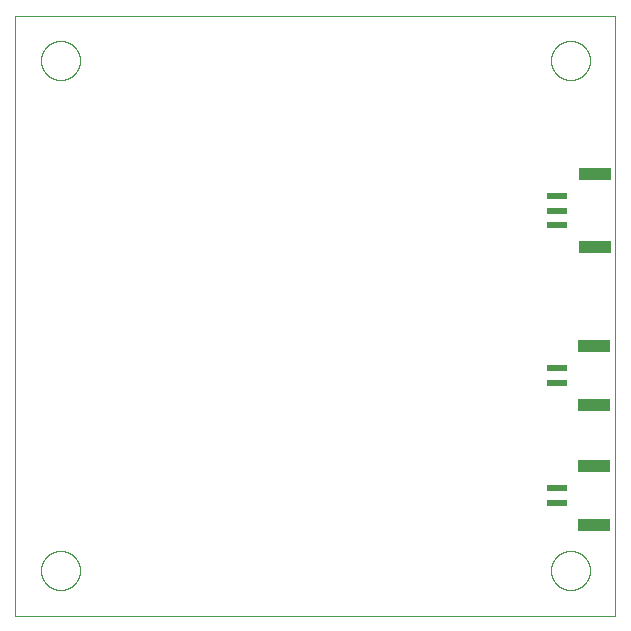
<source format=gbp>
G75*
%MOIN*%
%OFA0B0*%
%FSLAX25Y25*%
%IPPOS*%
%LPD*%
%AMOC8*
5,1,8,0,0,1.08239X$1,22.5*
%
%ADD10C,0.00300*%
%ADD11C,0.00000*%
%ADD12R,0.06693X0.02362*%
%ADD13R,0.10630X0.03937*%
D10*
X0270000Y0430000D02*
X0270000Y0630000D01*
X0470000Y0630000D01*
X0470000Y0430000D01*
X0270000Y0430000D01*
D11*
X0278500Y0445000D02*
X0278502Y0445161D01*
X0278508Y0445321D01*
X0278518Y0445482D01*
X0278532Y0445642D01*
X0278550Y0445802D01*
X0278571Y0445961D01*
X0278597Y0446120D01*
X0278627Y0446278D01*
X0278660Y0446435D01*
X0278698Y0446592D01*
X0278739Y0446747D01*
X0278784Y0446901D01*
X0278833Y0447054D01*
X0278886Y0447206D01*
X0278942Y0447357D01*
X0279003Y0447506D01*
X0279066Y0447654D01*
X0279134Y0447800D01*
X0279205Y0447944D01*
X0279279Y0448086D01*
X0279357Y0448227D01*
X0279439Y0448365D01*
X0279524Y0448502D01*
X0279612Y0448636D01*
X0279704Y0448768D01*
X0279799Y0448898D01*
X0279897Y0449026D01*
X0279998Y0449151D01*
X0280102Y0449273D01*
X0280209Y0449393D01*
X0280319Y0449510D01*
X0280432Y0449625D01*
X0280548Y0449736D01*
X0280667Y0449845D01*
X0280788Y0449950D01*
X0280912Y0450053D01*
X0281038Y0450153D01*
X0281166Y0450249D01*
X0281297Y0450342D01*
X0281431Y0450432D01*
X0281566Y0450519D01*
X0281704Y0450602D01*
X0281843Y0450682D01*
X0281985Y0450758D01*
X0282128Y0450831D01*
X0282273Y0450900D01*
X0282420Y0450966D01*
X0282568Y0451028D01*
X0282718Y0451086D01*
X0282869Y0451141D01*
X0283022Y0451192D01*
X0283176Y0451239D01*
X0283331Y0451282D01*
X0283487Y0451321D01*
X0283643Y0451357D01*
X0283801Y0451388D01*
X0283959Y0451416D01*
X0284118Y0451440D01*
X0284278Y0451460D01*
X0284438Y0451476D01*
X0284598Y0451488D01*
X0284759Y0451496D01*
X0284920Y0451500D01*
X0285080Y0451500D01*
X0285241Y0451496D01*
X0285402Y0451488D01*
X0285562Y0451476D01*
X0285722Y0451460D01*
X0285882Y0451440D01*
X0286041Y0451416D01*
X0286199Y0451388D01*
X0286357Y0451357D01*
X0286513Y0451321D01*
X0286669Y0451282D01*
X0286824Y0451239D01*
X0286978Y0451192D01*
X0287131Y0451141D01*
X0287282Y0451086D01*
X0287432Y0451028D01*
X0287580Y0450966D01*
X0287727Y0450900D01*
X0287872Y0450831D01*
X0288015Y0450758D01*
X0288157Y0450682D01*
X0288296Y0450602D01*
X0288434Y0450519D01*
X0288569Y0450432D01*
X0288703Y0450342D01*
X0288834Y0450249D01*
X0288962Y0450153D01*
X0289088Y0450053D01*
X0289212Y0449950D01*
X0289333Y0449845D01*
X0289452Y0449736D01*
X0289568Y0449625D01*
X0289681Y0449510D01*
X0289791Y0449393D01*
X0289898Y0449273D01*
X0290002Y0449151D01*
X0290103Y0449026D01*
X0290201Y0448898D01*
X0290296Y0448768D01*
X0290388Y0448636D01*
X0290476Y0448502D01*
X0290561Y0448365D01*
X0290643Y0448227D01*
X0290721Y0448086D01*
X0290795Y0447944D01*
X0290866Y0447800D01*
X0290934Y0447654D01*
X0290997Y0447506D01*
X0291058Y0447357D01*
X0291114Y0447206D01*
X0291167Y0447054D01*
X0291216Y0446901D01*
X0291261Y0446747D01*
X0291302Y0446592D01*
X0291340Y0446435D01*
X0291373Y0446278D01*
X0291403Y0446120D01*
X0291429Y0445961D01*
X0291450Y0445802D01*
X0291468Y0445642D01*
X0291482Y0445482D01*
X0291492Y0445321D01*
X0291498Y0445161D01*
X0291500Y0445000D01*
X0291498Y0444839D01*
X0291492Y0444679D01*
X0291482Y0444518D01*
X0291468Y0444358D01*
X0291450Y0444198D01*
X0291429Y0444039D01*
X0291403Y0443880D01*
X0291373Y0443722D01*
X0291340Y0443565D01*
X0291302Y0443408D01*
X0291261Y0443253D01*
X0291216Y0443099D01*
X0291167Y0442946D01*
X0291114Y0442794D01*
X0291058Y0442643D01*
X0290997Y0442494D01*
X0290934Y0442346D01*
X0290866Y0442200D01*
X0290795Y0442056D01*
X0290721Y0441914D01*
X0290643Y0441773D01*
X0290561Y0441635D01*
X0290476Y0441498D01*
X0290388Y0441364D01*
X0290296Y0441232D01*
X0290201Y0441102D01*
X0290103Y0440974D01*
X0290002Y0440849D01*
X0289898Y0440727D01*
X0289791Y0440607D01*
X0289681Y0440490D01*
X0289568Y0440375D01*
X0289452Y0440264D01*
X0289333Y0440155D01*
X0289212Y0440050D01*
X0289088Y0439947D01*
X0288962Y0439847D01*
X0288834Y0439751D01*
X0288703Y0439658D01*
X0288569Y0439568D01*
X0288434Y0439481D01*
X0288296Y0439398D01*
X0288157Y0439318D01*
X0288015Y0439242D01*
X0287872Y0439169D01*
X0287727Y0439100D01*
X0287580Y0439034D01*
X0287432Y0438972D01*
X0287282Y0438914D01*
X0287131Y0438859D01*
X0286978Y0438808D01*
X0286824Y0438761D01*
X0286669Y0438718D01*
X0286513Y0438679D01*
X0286357Y0438643D01*
X0286199Y0438612D01*
X0286041Y0438584D01*
X0285882Y0438560D01*
X0285722Y0438540D01*
X0285562Y0438524D01*
X0285402Y0438512D01*
X0285241Y0438504D01*
X0285080Y0438500D01*
X0284920Y0438500D01*
X0284759Y0438504D01*
X0284598Y0438512D01*
X0284438Y0438524D01*
X0284278Y0438540D01*
X0284118Y0438560D01*
X0283959Y0438584D01*
X0283801Y0438612D01*
X0283643Y0438643D01*
X0283487Y0438679D01*
X0283331Y0438718D01*
X0283176Y0438761D01*
X0283022Y0438808D01*
X0282869Y0438859D01*
X0282718Y0438914D01*
X0282568Y0438972D01*
X0282420Y0439034D01*
X0282273Y0439100D01*
X0282128Y0439169D01*
X0281985Y0439242D01*
X0281843Y0439318D01*
X0281704Y0439398D01*
X0281566Y0439481D01*
X0281431Y0439568D01*
X0281297Y0439658D01*
X0281166Y0439751D01*
X0281038Y0439847D01*
X0280912Y0439947D01*
X0280788Y0440050D01*
X0280667Y0440155D01*
X0280548Y0440264D01*
X0280432Y0440375D01*
X0280319Y0440490D01*
X0280209Y0440607D01*
X0280102Y0440727D01*
X0279998Y0440849D01*
X0279897Y0440974D01*
X0279799Y0441102D01*
X0279704Y0441232D01*
X0279612Y0441364D01*
X0279524Y0441498D01*
X0279439Y0441635D01*
X0279357Y0441773D01*
X0279279Y0441914D01*
X0279205Y0442056D01*
X0279134Y0442200D01*
X0279066Y0442346D01*
X0279003Y0442494D01*
X0278942Y0442643D01*
X0278886Y0442794D01*
X0278833Y0442946D01*
X0278784Y0443099D01*
X0278739Y0443253D01*
X0278698Y0443408D01*
X0278660Y0443565D01*
X0278627Y0443722D01*
X0278597Y0443880D01*
X0278571Y0444039D01*
X0278550Y0444198D01*
X0278532Y0444358D01*
X0278518Y0444518D01*
X0278508Y0444679D01*
X0278502Y0444839D01*
X0278500Y0445000D01*
X0278500Y0615000D02*
X0278502Y0615161D01*
X0278508Y0615321D01*
X0278518Y0615482D01*
X0278532Y0615642D01*
X0278550Y0615802D01*
X0278571Y0615961D01*
X0278597Y0616120D01*
X0278627Y0616278D01*
X0278660Y0616435D01*
X0278698Y0616592D01*
X0278739Y0616747D01*
X0278784Y0616901D01*
X0278833Y0617054D01*
X0278886Y0617206D01*
X0278942Y0617357D01*
X0279003Y0617506D01*
X0279066Y0617654D01*
X0279134Y0617800D01*
X0279205Y0617944D01*
X0279279Y0618086D01*
X0279357Y0618227D01*
X0279439Y0618365D01*
X0279524Y0618502D01*
X0279612Y0618636D01*
X0279704Y0618768D01*
X0279799Y0618898D01*
X0279897Y0619026D01*
X0279998Y0619151D01*
X0280102Y0619273D01*
X0280209Y0619393D01*
X0280319Y0619510D01*
X0280432Y0619625D01*
X0280548Y0619736D01*
X0280667Y0619845D01*
X0280788Y0619950D01*
X0280912Y0620053D01*
X0281038Y0620153D01*
X0281166Y0620249D01*
X0281297Y0620342D01*
X0281431Y0620432D01*
X0281566Y0620519D01*
X0281704Y0620602D01*
X0281843Y0620682D01*
X0281985Y0620758D01*
X0282128Y0620831D01*
X0282273Y0620900D01*
X0282420Y0620966D01*
X0282568Y0621028D01*
X0282718Y0621086D01*
X0282869Y0621141D01*
X0283022Y0621192D01*
X0283176Y0621239D01*
X0283331Y0621282D01*
X0283487Y0621321D01*
X0283643Y0621357D01*
X0283801Y0621388D01*
X0283959Y0621416D01*
X0284118Y0621440D01*
X0284278Y0621460D01*
X0284438Y0621476D01*
X0284598Y0621488D01*
X0284759Y0621496D01*
X0284920Y0621500D01*
X0285080Y0621500D01*
X0285241Y0621496D01*
X0285402Y0621488D01*
X0285562Y0621476D01*
X0285722Y0621460D01*
X0285882Y0621440D01*
X0286041Y0621416D01*
X0286199Y0621388D01*
X0286357Y0621357D01*
X0286513Y0621321D01*
X0286669Y0621282D01*
X0286824Y0621239D01*
X0286978Y0621192D01*
X0287131Y0621141D01*
X0287282Y0621086D01*
X0287432Y0621028D01*
X0287580Y0620966D01*
X0287727Y0620900D01*
X0287872Y0620831D01*
X0288015Y0620758D01*
X0288157Y0620682D01*
X0288296Y0620602D01*
X0288434Y0620519D01*
X0288569Y0620432D01*
X0288703Y0620342D01*
X0288834Y0620249D01*
X0288962Y0620153D01*
X0289088Y0620053D01*
X0289212Y0619950D01*
X0289333Y0619845D01*
X0289452Y0619736D01*
X0289568Y0619625D01*
X0289681Y0619510D01*
X0289791Y0619393D01*
X0289898Y0619273D01*
X0290002Y0619151D01*
X0290103Y0619026D01*
X0290201Y0618898D01*
X0290296Y0618768D01*
X0290388Y0618636D01*
X0290476Y0618502D01*
X0290561Y0618365D01*
X0290643Y0618227D01*
X0290721Y0618086D01*
X0290795Y0617944D01*
X0290866Y0617800D01*
X0290934Y0617654D01*
X0290997Y0617506D01*
X0291058Y0617357D01*
X0291114Y0617206D01*
X0291167Y0617054D01*
X0291216Y0616901D01*
X0291261Y0616747D01*
X0291302Y0616592D01*
X0291340Y0616435D01*
X0291373Y0616278D01*
X0291403Y0616120D01*
X0291429Y0615961D01*
X0291450Y0615802D01*
X0291468Y0615642D01*
X0291482Y0615482D01*
X0291492Y0615321D01*
X0291498Y0615161D01*
X0291500Y0615000D01*
X0291498Y0614839D01*
X0291492Y0614679D01*
X0291482Y0614518D01*
X0291468Y0614358D01*
X0291450Y0614198D01*
X0291429Y0614039D01*
X0291403Y0613880D01*
X0291373Y0613722D01*
X0291340Y0613565D01*
X0291302Y0613408D01*
X0291261Y0613253D01*
X0291216Y0613099D01*
X0291167Y0612946D01*
X0291114Y0612794D01*
X0291058Y0612643D01*
X0290997Y0612494D01*
X0290934Y0612346D01*
X0290866Y0612200D01*
X0290795Y0612056D01*
X0290721Y0611914D01*
X0290643Y0611773D01*
X0290561Y0611635D01*
X0290476Y0611498D01*
X0290388Y0611364D01*
X0290296Y0611232D01*
X0290201Y0611102D01*
X0290103Y0610974D01*
X0290002Y0610849D01*
X0289898Y0610727D01*
X0289791Y0610607D01*
X0289681Y0610490D01*
X0289568Y0610375D01*
X0289452Y0610264D01*
X0289333Y0610155D01*
X0289212Y0610050D01*
X0289088Y0609947D01*
X0288962Y0609847D01*
X0288834Y0609751D01*
X0288703Y0609658D01*
X0288569Y0609568D01*
X0288434Y0609481D01*
X0288296Y0609398D01*
X0288157Y0609318D01*
X0288015Y0609242D01*
X0287872Y0609169D01*
X0287727Y0609100D01*
X0287580Y0609034D01*
X0287432Y0608972D01*
X0287282Y0608914D01*
X0287131Y0608859D01*
X0286978Y0608808D01*
X0286824Y0608761D01*
X0286669Y0608718D01*
X0286513Y0608679D01*
X0286357Y0608643D01*
X0286199Y0608612D01*
X0286041Y0608584D01*
X0285882Y0608560D01*
X0285722Y0608540D01*
X0285562Y0608524D01*
X0285402Y0608512D01*
X0285241Y0608504D01*
X0285080Y0608500D01*
X0284920Y0608500D01*
X0284759Y0608504D01*
X0284598Y0608512D01*
X0284438Y0608524D01*
X0284278Y0608540D01*
X0284118Y0608560D01*
X0283959Y0608584D01*
X0283801Y0608612D01*
X0283643Y0608643D01*
X0283487Y0608679D01*
X0283331Y0608718D01*
X0283176Y0608761D01*
X0283022Y0608808D01*
X0282869Y0608859D01*
X0282718Y0608914D01*
X0282568Y0608972D01*
X0282420Y0609034D01*
X0282273Y0609100D01*
X0282128Y0609169D01*
X0281985Y0609242D01*
X0281843Y0609318D01*
X0281704Y0609398D01*
X0281566Y0609481D01*
X0281431Y0609568D01*
X0281297Y0609658D01*
X0281166Y0609751D01*
X0281038Y0609847D01*
X0280912Y0609947D01*
X0280788Y0610050D01*
X0280667Y0610155D01*
X0280548Y0610264D01*
X0280432Y0610375D01*
X0280319Y0610490D01*
X0280209Y0610607D01*
X0280102Y0610727D01*
X0279998Y0610849D01*
X0279897Y0610974D01*
X0279799Y0611102D01*
X0279704Y0611232D01*
X0279612Y0611364D01*
X0279524Y0611498D01*
X0279439Y0611635D01*
X0279357Y0611773D01*
X0279279Y0611914D01*
X0279205Y0612056D01*
X0279134Y0612200D01*
X0279066Y0612346D01*
X0279003Y0612494D01*
X0278942Y0612643D01*
X0278886Y0612794D01*
X0278833Y0612946D01*
X0278784Y0613099D01*
X0278739Y0613253D01*
X0278698Y0613408D01*
X0278660Y0613565D01*
X0278627Y0613722D01*
X0278597Y0613880D01*
X0278571Y0614039D01*
X0278550Y0614198D01*
X0278532Y0614358D01*
X0278518Y0614518D01*
X0278508Y0614679D01*
X0278502Y0614839D01*
X0278500Y0615000D01*
X0448500Y0615000D02*
X0448502Y0615161D01*
X0448508Y0615321D01*
X0448518Y0615482D01*
X0448532Y0615642D01*
X0448550Y0615802D01*
X0448571Y0615961D01*
X0448597Y0616120D01*
X0448627Y0616278D01*
X0448660Y0616435D01*
X0448698Y0616592D01*
X0448739Y0616747D01*
X0448784Y0616901D01*
X0448833Y0617054D01*
X0448886Y0617206D01*
X0448942Y0617357D01*
X0449003Y0617506D01*
X0449066Y0617654D01*
X0449134Y0617800D01*
X0449205Y0617944D01*
X0449279Y0618086D01*
X0449357Y0618227D01*
X0449439Y0618365D01*
X0449524Y0618502D01*
X0449612Y0618636D01*
X0449704Y0618768D01*
X0449799Y0618898D01*
X0449897Y0619026D01*
X0449998Y0619151D01*
X0450102Y0619273D01*
X0450209Y0619393D01*
X0450319Y0619510D01*
X0450432Y0619625D01*
X0450548Y0619736D01*
X0450667Y0619845D01*
X0450788Y0619950D01*
X0450912Y0620053D01*
X0451038Y0620153D01*
X0451166Y0620249D01*
X0451297Y0620342D01*
X0451431Y0620432D01*
X0451566Y0620519D01*
X0451704Y0620602D01*
X0451843Y0620682D01*
X0451985Y0620758D01*
X0452128Y0620831D01*
X0452273Y0620900D01*
X0452420Y0620966D01*
X0452568Y0621028D01*
X0452718Y0621086D01*
X0452869Y0621141D01*
X0453022Y0621192D01*
X0453176Y0621239D01*
X0453331Y0621282D01*
X0453487Y0621321D01*
X0453643Y0621357D01*
X0453801Y0621388D01*
X0453959Y0621416D01*
X0454118Y0621440D01*
X0454278Y0621460D01*
X0454438Y0621476D01*
X0454598Y0621488D01*
X0454759Y0621496D01*
X0454920Y0621500D01*
X0455080Y0621500D01*
X0455241Y0621496D01*
X0455402Y0621488D01*
X0455562Y0621476D01*
X0455722Y0621460D01*
X0455882Y0621440D01*
X0456041Y0621416D01*
X0456199Y0621388D01*
X0456357Y0621357D01*
X0456513Y0621321D01*
X0456669Y0621282D01*
X0456824Y0621239D01*
X0456978Y0621192D01*
X0457131Y0621141D01*
X0457282Y0621086D01*
X0457432Y0621028D01*
X0457580Y0620966D01*
X0457727Y0620900D01*
X0457872Y0620831D01*
X0458015Y0620758D01*
X0458157Y0620682D01*
X0458296Y0620602D01*
X0458434Y0620519D01*
X0458569Y0620432D01*
X0458703Y0620342D01*
X0458834Y0620249D01*
X0458962Y0620153D01*
X0459088Y0620053D01*
X0459212Y0619950D01*
X0459333Y0619845D01*
X0459452Y0619736D01*
X0459568Y0619625D01*
X0459681Y0619510D01*
X0459791Y0619393D01*
X0459898Y0619273D01*
X0460002Y0619151D01*
X0460103Y0619026D01*
X0460201Y0618898D01*
X0460296Y0618768D01*
X0460388Y0618636D01*
X0460476Y0618502D01*
X0460561Y0618365D01*
X0460643Y0618227D01*
X0460721Y0618086D01*
X0460795Y0617944D01*
X0460866Y0617800D01*
X0460934Y0617654D01*
X0460997Y0617506D01*
X0461058Y0617357D01*
X0461114Y0617206D01*
X0461167Y0617054D01*
X0461216Y0616901D01*
X0461261Y0616747D01*
X0461302Y0616592D01*
X0461340Y0616435D01*
X0461373Y0616278D01*
X0461403Y0616120D01*
X0461429Y0615961D01*
X0461450Y0615802D01*
X0461468Y0615642D01*
X0461482Y0615482D01*
X0461492Y0615321D01*
X0461498Y0615161D01*
X0461500Y0615000D01*
X0461498Y0614839D01*
X0461492Y0614679D01*
X0461482Y0614518D01*
X0461468Y0614358D01*
X0461450Y0614198D01*
X0461429Y0614039D01*
X0461403Y0613880D01*
X0461373Y0613722D01*
X0461340Y0613565D01*
X0461302Y0613408D01*
X0461261Y0613253D01*
X0461216Y0613099D01*
X0461167Y0612946D01*
X0461114Y0612794D01*
X0461058Y0612643D01*
X0460997Y0612494D01*
X0460934Y0612346D01*
X0460866Y0612200D01*
X0460795Y0612056D01*
X0460721Y0611914D01*
X0460643Y0611773D01*
X0460561Y0611635D01*
X0460476Y0611498D01*
X0460388Y0611364D01*
X0460296Y0611232D01*
X0460201Y0611102D01*
X0460103Y0610974D01*
X0460002Y0610849D01*
X0459898Y0610727D01*
X0459791Y0610607D01*
X0459681Y0610490D01*
X0459568Y0610375D01*
X0459452Y0610264D01*
X0459333Y0610155D01*
X0459212Y0610050D01*
X0459088Y0609947D01*
X0458962Y0609847D01*
X0458834Y0609751D01*
X0458703Y0609658D01*
X0458569Y0609568D01*
X0458434Y0609481D01*
X0458296Y0609398D01*
X0458157Y0609318D01*
X0458015Y0609242D01*
X0457872Y0609169D01*
X0457727Y0609100D01*
X0457580Y0609034D01*
X0457432Y0608972D01*
X0457282Y0608914D01*
X0457131Y0608859D01*
X0456978Y0608808D01*
X0456824Y0608761D01*
X0456669Y0608718D01*
X0456513Y0608679D01*
X0456357Y0608643D01*
X0456199Y0608612D01*
X0456041Y0608584D01*
X0455882Y0608560D01*
X0455722Y0608540D01*
X0455562Y0608524D01*
X0455402Y0608512D01*
X0455241Y0608504D01*
X0455080Y0608500D01*
X0454920Y0608500D01*
X0454759Y0608504D01*
X0454598Y0608512D01*
X0454438Y0608524D01*
X0454278Y0608540D01*
X0454118Y0608560D01*
X0453959Y0608584D01*
X0453801Y0608612D01*
X0453643Y0608643D01*
X0453487Y0608679D01*
X0453331Y0608718D01*
X0453176Y0608761D01*
X0453022Y0608808D01*
X0452869Y0608859D01*
X0452718Y0608914D01*
X0452568Y0608972D01*
X0452420Y0609034D01*
X0452273Y0609100D01*
X0452128Y0609169D01*
X0451985Y0609242D01*
X0451843Y0609318D01*
X0451704Y0609398D01*
X0451566Y0609481D01*
X0451431Y0609568D01*
X0451297Y0609658D01*
X0451166Y0609751D01*
X0451038Y0609847D01*
X0450912Y0609947D01*
X0450788Y0610050D01*
X0450667Y0610155D01*
X0450548Y0610264D01*
X0450432Y0610375D01*
X0450319Y0610490D01*
X0450209Y0610607D01*
X0450102Y0610727D01*
X0449998Y0610849D01*
X0449897Y0610974D01*
X0449799Y0611102D01*
X0449704Y0611232D01*
X0449612Y0611364D01*
X0449524Y0611498D01*
X0449439Y0611635D01*
X0449357Y0611773D01*
X0449279Y0611914D01*
X0449205Y0612056D01*
X0449134Y0612200D01*
X0449066Y0612346D01*
X0449003Y0612494D01*
X0448942Y0612643D01*
X0448886Y0612794D01*
X0448833Y0612946D01*
X0448784Y0613099D01*
X0448739Y0613253D01*
X0448698Y0613408D01*
X0448660Y0613565D01*
X0448627Y0613722D01*
X0448597Y0613880D01*
X0448571Y0614039D01*
X0448550Y0614198D01*
X0448532Y0614358D01*
X0448518Y0614518D01*
X0448508Y0614679D01*
X0448502Y0614839D01*
X0448500Y0615000D01*
X0448500Y0445000D02*
X0448502Y0445161D01*
X0448508Y0445321D01*
X0448518Y0445482D01*
X0448532Y0445642D01*
X0448550Y0445802D01*
X0448571Y0445961D01*
X0448597Y0446120D01*
X0448627Y0446278D01*
X0448660Y0446435D01*
X0448698Y0446592D01*
X0448739Y0446747D01*
X0448784Y0446901D01*
X0448833Y0447054D01*
X0448886Y0447206D01*
X0448942Y0447357D01*
X0449003Y0447506D01*
X0449066Y0447654D01*
X0449134Y0447800D01*
X0449205Y0447944D01*
X0449279Y0448086D01*
X0449357Y0448227D01*
X0449439Y0448365D01*
X0449524Y0448502D01*
X0449612Y0448636D01*
X0449704Y0448768D01*
X0449799Y0448898D01*
X0449897Y0449026D01*
X0449998Y0449151D01*
X0450102Y0449273D01*
X0450209Y0449393D01*
X0450319Y0449510D01*
X0450432Y0449625D01*
X0450548Y0449736D01*
X0450667Y0449845D01*
X0450788Y0449950D01*
X0450912Y0450053D01*
X0451038Y0450153D01*
X0451166Y0450249D01*
X0451297Y0450342D01*
X0451431Y0450432D01*
X0451566Y0450519D01*
X0451704Y0450602D01*
X0451843Y0450682D01*
X0451985Y0450758D01*
X0452128Y0450831D01*
X0452273Y0450900D01*
X0452420Y0450966D01*
X0452568Y0451028D01*
X0452718Y0451086D01*
X0452869Y0451141D01*
X0453022Y0451192D01*
X0453176Y0451239D01*
X0453331Y0451282D01*
X0453487Y0451321D01*
X0453643Y0451357D01*
X0453801Y0451388D01*
X0453959Y0451416D01*
X0454118Y0451440D01*
X0454278Y0451460D01*
X0454438Y0451476D01*
X0454598Y0451488D01*
X0454759Y0451496D01*
X0454920Y0451500D01*
X0455080Y0451500D01*
X0455241Y0451496D01*
X0455402Y0451488D01*
X0455562Y0451476D01*
X0455722Y0451460D01*
X0455882Y0451440D01*
X0456041Y0451416D01*
X0456199Y0451388D01*
X0456357Y0451357D01*
X0456513Y0451321D01*
X0456669Y0451282D01*
X0456824Y0451239D01*
X0456978Y0451192D01*
X0457131Y0451141D01*
X0457282Y0451086D01*
X0457432Y0451028D01*
X0457580Y0450966D01*
X0457727Y0450900D01*
X0457872Y0450831D01*
X0458015Y0450758D01*
X0458157Y0450682D01*
X0458296Y0450602D01*
X0458434Y0450519D01*
X0458569Y0450432D01*
X0458703Y0450342D01*
X0458834Y0450249D01*
X0458962Y0450153D01*
X0459088Y0450053D01*
X0459212Y0449950D01*
X0459333Y0449845D01*
X0459452Y0449736D01*
X0459568Y0449625D01*
X0459681Y0449510D01*
X0459791Y0449393D01*
X0459898Y0449273D01*
X0460002Y0449151D01*
X0460103Y0449026D01*
X0460201Y0448898D01*
X0460296Y0448768D01*
X0460388Y0448636D01*
X0460476Y0448502D01*
X0460561Y0448365D01*
X0460643Y0448227D01*
X0460721Y0448086D01*
X0460795Y0447944D01*
X0460866Y0447800D01*
X0460934Y0447654D01*
X0460997Y0447506D01*
X0461058Y0447357D01*
X0461114Y0447206D01*
X0461167Y0447054D01*
X0461216Y0446901D01*
X0461261Y0446747D01*
X0461302Y0446592D01*
X0461340Y0446435D01*
X0461373Y0446278D01*
X0461403Y0446120D01*
X0461429Y0445961D01*
X0461450Y0445802D01*
X0461468Y0445642D01*
X0461482Y0445482D01*
X0461492Y0445321D01*
X0461498Y0445161D01*
X0461500Y0445000D01*
X0461498Y0444839D01*
X0461492Y0444679D01*
X0461482Y0444518D01*
X0461468Y0444358D01*
X0461450Y0444198D01*
X0461429Y0444039D01*
X0461403Y0443880D01*
X0461373Y0443722D01*
X0461340Y0443565D01*
X0461302Y0443408D01*
X0461261Y0443253D01*
X0461216Y0443099D01*
X0461167Y0442946D01*
X0461114Y0442794D01*
X0461058Y0442643D01*
X0460997Y0442494D01*
X0460934Y0442346D01*
X0460866Y0442200D01*
X0460795Y0442056D01*
X0460721Y0441914D01*
X0460643Y0441773D01*
X0460561Y0441635D01*
X0460476Y0441498D01*
X0460388Y0441364D01*
X0460296Y0441232D01*
X0460201Y0441102D01*
X0460103Y0440974D01*
X0460002Y0440849D01*
X0459898Y0440727D01*
X0459791Y0440607D01*
X0459681Y0440490D01*
X0459568Y0440375D01*
X0459452Y0440264D01*
X0459333Y0440155D01*
X0459212Y0440050D01*
X0459088Y0439947D01*
X0458962Y0439847D01*
X0458834Y0439751D01*
X0458703Y0439658D01*
X0458569Y0439568D01*
X0458434Y0439481D01*
X0458296Y0439398D01*
X0458157Y0439318D01*
X0458015Y0439242D01*
X0457872Y0439169D01*
X0457727Y0439100D01*
X0457580Y0439034D01*
X0457432Y0438972D01*
X0457282Y0438914D01*
X0457131Y0438859D01*
X0456978Y0438808D01*
X0456824Y0438761D01*
X0456669Y0438718D01*
X0456513Y0438679D01*
X0456357Y0438643D01*
X0456199Y0438612D01*
X0456041Y0438584D01*
X0455882Y0438560D01*
X0455722Y0438540D01*
X0455562Y0438524D01*
X0455402Y0438512D01*
X0455241Y0438504D01*
X0455080Y0438500D01*
X0454920Y0438500D01*
X0454759Y0438504D01*
X0454598Y0438512D01*
X0454438Y0438524D01*
X0454278Y0438540D01*
X0454118Y0438560D01*
X0453959Y0438584D01*
X0453801Y0438612D01*
X0453643Y0438643D01*
X0453487Y0438679D01*
X0453331Y0438718D01*
X0453176Y0438761D01*
X0453022Y0438808D01*
X0452869Y0438859D01*
X0452718Y0438914D01*
X0452568Y0438972D01*
X0452420Y0439034D01*
X0452273Y0439100D01*
X0452128Y0439169D01*
X0451985Y0439242D01*
X0451843Y0439318D01*
X0451704Y0439398D01*
X0451566Y0439481D01*
X0451431Y0439568D01*
X0451297Y0439658D01*
X0451166Y0439751D01*
X0451038Y0439847D01*
X0450912Y0439947D01*
X0450788Y0440050D01*
X0450667Y0440155D01*
X0450548Y0440264D01*
X0450432Y0440375D01*
X0450319Y0440490D01*
X0450209Y0440607D01*
X0450102Y0440727D01*
X0449998Y0440849D01*
X0449897Y0440974D01*
X0449799Y0441102D01*
X0449704Y0441232D01*
X0449612Y0441364D01*
X0449524Y0441498D01*
X0449439Y0441635D01*
X0449357Y0441773D01*
X0449279Y0441914D01*
X0449205Y0442056D01*
X0449134Y0442200D01*
X0449066Y0442346D01*
X0449003Y0442494D01*
X0448942Y0442643D01*
X0448886Y0442794D01*
X0448833Y0442946D01*
X0448784Y0443099D01*
X0448739Y0443253D01*
X0448698Y0443408D01*
X0448660Y0443565D01*
X0448627Y0443722D01*
X0448597Y0443880D01*
X0448571Y0444039D01*
X0448550Y0444198D01*
X0448532Y0444358D01*
X0448518Y0444518D01*
X0448508Y0444679D01*
X0448502Y0444839D01*
X0448500Y0445000D01*
D12*
X0450404Y0467539D03*
X0450404Y0472461D03*
X0450404Y0507539D03*
X0450404Y0512461D03*
X0450529Y0560079D03*
X0450529Y0565000D03*
X0450529Y0569921D03*
D13*
X0463127Y0577205D03*
X0463127Y0552795D03*
X0463002Y0519744D03*
X0463002Y0500256D03*
X0463002Y0479744D03*
X0463002Y0460256D03*
M02*

</source>
